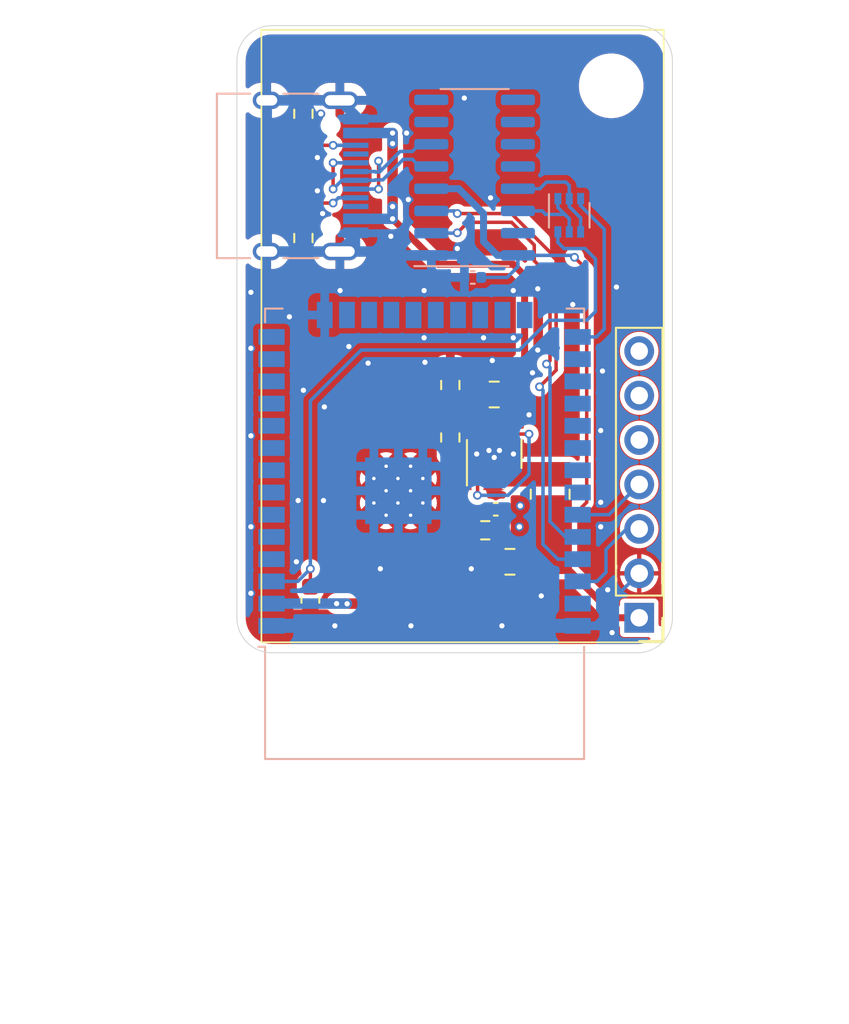
<source format=kicad_pcb>
(kicad_pcb (version 20240108) (generator "pcbnew") (generator_version "8.0")
  (layers (0 "F.Cu" signal) (31 "B.Cu" signal) (34 "B.Paste" user) (35 "F.Paste" user) (36 "B.SilkS" user "B.Silkscreen") (37 "F.SilkS" user "F.Silkscreen") (38 "B.Mask" user) (39 "F.Mask" user) (44 "Edge.Cuts" user))
  (net 0 "")
  (net 1 "+3V3")
  (net 2 "Net-(U1-FB)")
  (net 3 "GND")
  (net 4 "VBUS")
  (net 5 "/ESP_EN")
  (net 6 "/SDA")
  (net 7 "/SCL")
  (net 8 "/RDY")
  (net 9 "/SEL")
  (net 10 "/PWM")
  (net 11 "Net-(J2-CC2)")
  (net 14 "Net-(J2-CC1)")
  (net 15 "Net-(U1-SW)")
  (net 16 "/ESP_IO0")
  (net 17 "Net-(R2-Pad2)")
  (net 37 "/MCU_TX")
  (net 47 "/MCU_RX")
  (net 55 "/D-")
  (net 56 "/D+")
  (net 57 "Net-(Q3A-S)")
  (net 58 "Net-(Q3A-G)")
  (footprint "Resistor_SMD:R_0603_1608Metric" (layer "F.Cu") (at 69.2 56.7 90)
    (property "Reference" "R3" (hide yes))
    (property "Value" "10k")
    (fp_line (start -0.237258 -0.5225) (end 0.237258 -0.5225) (stroke (width 0.12)) (layer "F.SilkS"))
    (fp_line (start -0.237258 0.5225) (end 0.237258 0.5225) (stroke (width 0.12)) (layer "F.SilkS"))
    (pad "1" smd roundrect (at -0.825 0 90) (size 0.8 0.95) (layers "F.Cu" "F.Paste" "F.Mask") (net 17 "Net-(R2-Pad2)"))
    (pad "2" smd roundrect (at 0.825 0 90) (size 0.8 0.95) (layers "F.Cu" "F.Paste" "F.Mask") (net 3 "GND"))
  )
  (footprint "Capacitor_SMD:C_0603_1608Metric" (layer "F.Cu") (at 61.2 69 -90)
    (property "Reference" "C5" (hide yes))
    (property "Value" "1uF")
    (fp_line (start -0.14058 0.51) (end 0.14058 0.51) (stroke (width 0.12)) (layer "F.SilkS"))
    (fp_line (start -0.14058 -0.51) (end 0.14058 -0.51) (stroke (width 0.12)) (layer "F.SilkS"))
    (pad "1" smd roundrect (at -0.775 0 270) (size 0.9 0.95) (layers "F.Cu" "F.Paste" "F.Mask") (net 5 "/ESP_EN"))
    (pad "2" smd roundrect (at 0.775 0 270) (size 0.9 0.95) (layers "F.Cu" "F.Paste" "F.Mask") (net 3 "GND"))
  )
  (footprint "Connector_PinHeader_2.54mm:PinHeader_1x07_P2.54mm_Vertical" (layer "F.Cu") (at 80 70 180)
    (property "Reference" "J1" (hide yes))
    (property "Value" "SCD30")
    (fp_line (start 1.33 1.27) (end 1.33 16.57) (stroke (width 0.12)) (layer "F.SilkS"))
    (fp_line (start -1.33 16.57) (end 1.33 16.57) (stroke (width 0.12)) (layer "F.SilkS"))
    (fp_line (start -1.33 1.27) (end 1.33 1.27) (stroke (width 0.12)) (layer "F.SilkS"))
    (fp_line (start -1.33 1.27) (end -1.33 16.57) (stroke (width 0.12)) (layer "F.SilkS"))
    (fp_line (start -1.33 0) (end -1.33 -1.33) (stroke (width 0.12)) (layer "F.SilkS"))
    (fp_line (start -1.33 -1.33) (end 0 -1.33) (stroke (width 0.12)) (layer "F.SilkS"))
    (pad "1" thru_hole rect (at 0 0 180) (size 1.7 1.7) (drill 1) (layers "*.Cu" "*.Mask") (net 1 "+3V3"))
    (pad "2" thru_hole oval (at 0 2.54 180) (size 1.7 1.7) (drill 1) (layers "*.Cu" "*.Mask") (net 3 "GND"))
    (pad "3" thru_hole oval (at 0 5.08 180) (size 1.7 1.7) (drill 1) (layers "*.Cu" "*.Mask") (net 7 "/SCL"))
    (pad "4" thru_hole oval (at 0 7.62 180) (size 1.7 1.7) (drill 1) (layers "*.Cu" "*.Mask") (net 6 "/SDA"))
    (pad "5" thru_hole oval (at 0 10.16 180) (size 1.7 1.7) (drill 1) (layers "*.Cu" "*.Mask") (net 8 "/RDY"))
    (pad "6" thru_hole oval (at 0 12.7 180) (size 1.7 1.7) (drill 1) (layers "*.Cu" "*.Mask") (net 10 "/PWM"))
    (pad "7" thru_hole oval (at 0 15.24 180) (size 1.7 1.7) (drill 1) (layers "*.Cu" "*.Mask") (net 9 "/SEL"))
  )
  (footprint "MountingHole:MountingHole_3.2mm_M3" (layer "F.Cu") (at 78.4 39.6)
    (property "Reference" "REF**" (hide yes))
    (property "Value" "MountingHole_3.2mm_M3")
    (pad "" np_thru_hole circle (at 0 0) (size 3.2 3.2) (drill 3.2) (layers "*.Cu" "*.Mask"))
  )
  (footprint "Resistor_SMD:R_0603_1608Metric" (layer "F.Cu") (at 60.8 41.2 90)
    (property "Reference" "R4" (hide yes))
    (property "Value" "5k1")
    (fp_line (start -0.237258 -0.5225) (end 0.237258 -0.5225) (stroke (width 0.12)) (layer "F.SilkS"))
    (fp_line (start -0.237258 0.5225) (end 0.237258 0.5225) (stroke (width 0.12)) (layer "F.SilkS"))
    (pad "1" smd roundrect (at -0.825 0 90) (size 0.8 0.95) (layers "F.Cu" "F.Paste" "F.Mask") (net 11 "Net-(J2-CC2)"))
    (pad "2" smd roundrect (at 0.825 0 90) (size 0.8 0.95) (layers "F.Cu" "F.Paste" "F.Mask") (net 3 "GND"))
  )
  (footprint "graphics:kiwi8mm" (layer "F.Cu") (at 78.05 45.75)
    (property "Reference" "G***" (hide yes))
    (property "Value" "LOGO" (hide yes))
  )
  (footprint "graphics:kiwi8mm" (layer "F.Cu") (at 78.1 44.1)
    (property "Reference" "G***" (hide yes))
    (property "Value" "LOGO" (hide yes))
  )
  (footprint "Resistor_SMD:R_0603_1608Metric" (layer "F.Cu") (at 71.2 65 180)
    (property "Reference" "R1" (hide yes))
    (property "Value" "82k")
    (fp_line (start -0.237258 0.5225) (end 0.237258 0.5225) (stroke (width 0.12)) (layer "F.SilkS"))
    (fp_line (start -0.237258 -0.5225) (end 0.237258 -0.5225) (stroke (width 0.12)) (layer "F.SilkS"))
    (pad "1" smd roundrect (at -0.825 0 180) (size 0.8 0.95) (layers "F.Cu" "F.Paste" "F.Mask") (net 1 "+3V3"))
    (pad "2" smd roundrect (at 0.825 0 180) (size 0.8 0.95) (layers "F.Cu" "F.Paste" "F.Mask") (net 2 "Net-(U1-FB)"))
  )
  (footprint "Resistor_SMD:R_0603_1608Metric" (layer "F.Cu") (at 60.8 48.3 -90)
    (property "Reference" "R5" (hide yes))
    (property "Value" "5k1")
    (fp_line (start -0.237258 0.5225) (end 0.237258 0.5225) (stroke (width 0.12)) (layer "F.SilkS"))
    (fp_line (start -0.237258 -0.5225) (end 0.237258 -0.5225) (stroke (width 0.12)) (layer "F.SilkS"))
    (pad "1" smd roundrect (at -0.825 0 270) (size 0.8 0.95) (layers "F.Cu" "F.Paste" "F.Mask") (net 14 "Net-(J2-CC1)"))
    (pad "2" smd roundrect (at 0.825 0 270) (size 0.8 0.95) (layers "F.Cu" "F.Paste" "F.Mask") (net 3 "GND"))
  )
  (footprint "Capacitor_SMD:C_0805_2012Metric" (layer "F.Cu") (at 72.61 66.8 180)
    (property "Reference" "C2" (hide yes))
    (property "Value" "22uF")
    (fp_line (start -0.261252 0.735) (end 0.261252 0.735) (stroke (width 0.12)) (layer "F.SilkS"))
    (fp_line (start -0.261252 -0.735) (end 0.261252 -0.735) (stroke (width 0.12)) (layer "F.SilkS"))
    (pad "1" smd roundrect (at -0.95 0 180) (size 1 1.45) (layers "F.Cu" "F.Paste" "F.Mask") (net 1 "+3V3"))
    (pad "2" smd roundrect (at 0.95 0 180) (size 1 1.45) (layers "F.Cu" "F.Paste" "F.Mask") (net 3 "GND"))
  )
  (footprint "Capacitor_SMD:C_0402_1005Metric" (layer "F.Cu") (at 71.8 63.8 180)
    (property "Reference" "C1" (hide yes))
    (property "Value" "C_Small")
    (fp_line (start -0.107836 0.36) (end 0.107836 0.36) (stroke (width 0.12)) (layer "F.SilkS"))
    (fp_line (start -0.107836 -0.36) (end 0.107836 -0.36) (stroke (width 0.12)) (layer "F.SilkS"))
    (pad "1" smd roundrect (at -0.48 0 180) (size 0.56 0.62) (layers "F.Cu" "F.Paste" "F.Mask") (net 1 "+3V3"))
    (pad "2" smd roundrect (at 0.48 0 180) (size 0.56 0.62) (layers "F.Cu" "F.Paste" "F.Mask") (net 2 "Net-(U1-FB)"))
  )
  (footprint "Package_TO_SOT_SMD:SOT-23-6" (layer "F.Cu") (at 71.71 60.64 90)
    (property "Reference" "U1" (hide yes))
    (property "Value" "TLV62569DDC")
    (fp_line (start 0 -1.56) (end 0.8 -1.56) (stroke (width 0.12)) (layer "F.SilkS"))
    (fp_line (start 0 -1.56) (end -1.8 -1.56) (stroke (width 0.12)) (layer "F.SilkS"))
    (fp_line (start 0 1.56) (end 0.8 1.56) (stroke (width 0.12)) (layer "F.SilkS"))
    (fp_line (start 0 1.56) (end -0.8 1.56) (stroke (width 0.12)) (layer "F.SilkS"))
    (pad "1" smd roundrect (at -1.1375 -0.95 90) (size 1.325 0.6) (layers "F.Cu" "F.Paste" "F.Mask") (net 4 "VBUS"))
    (pad "2" smd roundrect (at -1.1375 0 90) (size 1.325 0.6) (layers "F.Cu" "F.Paste" "F.Mask") (net 3 "GND"))
    (pad "3" smd roundrect (at -1.1375 0.95 90) (size 1.325 0.6) (layers "F.Cu" "F.Paste" "F.Mask") (net 15 "Net-(U1-SW)"))
    (pad "4" smd roundrect (at 1.1375 0.95 90) (size 1.325 0.6) (layers "F.Cu" "F.Paste" "F.Mask") (net 4 "VBUS"))
    (pad "5" smd roundrect (at 1.1375 0 90) (size 1.325 0.6) (layers "F.Cu" "F.Paste" "F.Mask") (net 3 "GND"))
    (pad "6" smd roundrect (at 1.1375 -0.95 90) (size 1.325 0.6) (layers "F.Cu" "F.Paste" "F.Mask") (net 2 "Net-(U1-FB)"))
  )
  (footprint "Resistor_SMD:R_0603_1608Metric" (layer "F.Cu") (at 69.2 59.7 90)
    (property "Reference" "R2" (hide yes))
    (property "Value" "360k")
    (fp_line (start -0.237258 -0.5225) (end 0.237258 -0.5225) (stroke (width 0.12)) (layer "F.SilkS"))
    (fp_line (start -0.237258 0.5225) (end 0.237258 0.5225) (stroke (width 0.12)) (layer "F.SilkS"))
    (pad "1" smd roundrect (at -0.825 0 90) (size 0.8 0.95) (layers "F.Cu" "F.Paste" "F.Mask") (net 2 "Net-(U1-FB)"))
    (pad "2" smd roundrect (at 0.825 0 90) (size 0.8 0.95) (layers "F.Cu" "F.Paste" "F.Mask") (net 17 "Net-(R2-Pad2)"))
  )
  (footprint "Inductor_SMD:L_1008_2520Metric" (layer "F.Cu") (at 74.91 62.94 -90)
    (property "Reference" "L1" (hide yes))
    (property "Value" "1uH")
    (fp_line (start -0.261252 1.11) (end 0.261252 1.11) (stroke (width 0.12)) (layer "F.SilkS"))
    (fp_line (start -0.261252 -1.11) (end 0.261252 -1.11) (stroke (width 0.12)) (layer "F.SilkS"))
    (pad "1" smd roundrect (at -1.075 0 270) (size 1.25 2.2) (layers "F.Cu" "F.Paste" "F.Mask") (roundrect_rratio 0.2) (net 15 "Net-(U1-SW)"))
    (pad "2" smd roundrect (at 1.075 0 270) (size 1.25 2.2) (layers "F.Cu" "F.Paste" "F.Mask") (roundrect_rratio 0.2) (net 1 "+3V3"))
  )
  (footprint "Capacitor_SMD:C_0805_2012Metric" (layer "F.Cu") (at 71.71 57.24 180)
    (property "Reference" "C3" (hide yes))
    (property "Value" "C_Small")
    (fp_line (start -0.261252 0.735) (end 0.261252 0.735) (stroke (width 0.12)) (layer "F.SilkS"))
    (fp_line (start -0.261252 -0.735) (end 0.261252 -0.735) (stroke (width 0.12)) (layer "F.SilkS"))
    (pad "1" smd roundrect (at -0.95 0 180) (size 1 1.45) (layers "F.Cu" "F.Paste" "F.Mask") (net 4 "VBUS"))
    (pad "2" smd roundrect (at 0.95 0 180) (size 1 1.45) (layers "F.Cu" "F.Paste" "F.Mask") (net 3 "GND"))
  )
  (footprint "Package_TO_SOT_SMD:SOT-363_SC-70-6" (layer "B.Cu") (at 76 47 -90)
    (property "Reference" "Q3" (hide yes))
    (property "Value" "BSS138PS")
    (fp_line (start -1.2 1.16) (end 0.7 1.16) (stroke (width 0.12)) (layer "B.SilkS"))
    (fp_line (start 0.7 -1.16) (end -0.7 -1.16) (stroke (width 0.12)) (layer "B.SilkS"))
    (pad "1" smd rect (at -0.95 0.65 270) (size 0.65 0.4) (layers "B.Cu" "B.Paste" "B.Mask") (net 57 "Net-(Q3A-S)"))
    (pad "2" smd rect (at -0.95 0 270) (size 0.65 0.4) (layers "B.Cu" "B.Paste" "B.Mask") (net 58 "Net-(Q3A-G)"))
    (pad "3" smd rect (at -0.95 -0.65 270) (size 0.65 0.4) (layers "B.Cu" "B.Paste" "B.Mask") (net 16 "/ESP_IO0"))
    (pad "4" smd rect (at 0.95 -0.65 270) (size 0.65 0.4) (layers "B.Cu" "B.Paste" "B.Mask") (net 58 "Net-(Q3A-G)"))
    (pad "5" smd rect (at 0.95 0 270) (size 0.65 0.4) (layers "B.Cu" "B.Paste" "B.Mask") (net 57 "Net-(Q3A-S)"))
    (pad "6" smd rect (at 0.95 0.65 270) (size 0.65 0.4) (layers "B.Cu" "B.Paste" "B.Mask") (net 5 "/ESP_EN"))
  )
  (footprint "Connector_USB:USB_C_Receptacle_HRO_TYPE-C-31-M-12" (layer "B.Cu") (at 59.755 44.75 90)
    (property "Reference" "J2" (hide yes))
    (property "Value" "USB_C_Receptacle_USB2.0")
    (fp_line (start 4.7 -3.9) (end -4.7 -3.9) (stroke (width 0.12)) (layer "B.SilkS"))
    (fp_line (start 4.7 -3.9) (end 4.7 -2) (stroke (width 0.12)) (layer "B.SilkS"))
    (fp_line (start -4.7 -3.9) (end -4.7 -2) (stroke (width 0.12)) (layer "B.SilkS"))
    (fp_line (start 4.7 -0.1) (end 4.7 1.9) (stroke (width 0.12)) (layer "B.SilkS"))
    (fp_line (start -4.7 -0.1) (end -4.7 1.9) (stroke (width 0.12)) (layer "B.SilkS"))
    (pad "" np_thru_hole circle (at -2.89 2.6 90) (size 0.65 0.65) (drill 0.65) (layers "*.Cu" "*.Mask"))
    (pad "" np_thru_hole circle (at 2.89 2.6 90) (size 0.65 0.65) (drill 0.65) (layers "*.Cu" "*.Mask"))
    (pad "A1" smd rect (at -3.25 4.045 90) (size 0.6 1.45) (layers "B.Cu" "B.Paste" "B.Mask") (net 3 "GND"))
    (pad "A4" smd rect (at -2.45 4.045 90) (size 0.6 1.45) (layers "B.Cu" "B.Paste" "B.Mask") (net 4 "VBUS"))
    (pad "A5" smd rect (at -1.25 4.045 90) (size 0.3 1.45) (layers "B.Cu" "B.Paste" "B.Mask") (net 14 "Net-(J2-CC1)"))
    (pad "A6" smd rect (at -0.25 4.045 90) (size 0.3 1.45) (layers "B.Cu" "B.Paste" "B.Mask") (net 56 "/D+"))
    (pad "A7" smd rect (at 0.25 4.045 90) (size 0.3 1.45) (layers "B.Cu" "B.Paste" "B.Mask") (net 55 "/D-"))
    (pad "A8" smd rect (at 1.25 4.045 90) (size 0.3 1.45) (layers "B.Cu" "B.Paste" "B.Mask"))
    (pad "A9" smd rect (at 2.45 4.045 90) (size 0.6 1.45) (layers "B.Cu" "B.Paste" "B.Mask") (net 4 "VBUS"))
    (pad "A12" smd rect (at 3.25 4.045 90) (size 0.6 1.45) (layers "B.Cu" "B.Paste" "B.Mask") (net 3 "GND"))
    (pad "B1" smd rect (at 3.25 4.045 90) (size 0.6 1.45) (layers "B.Cu" "B.Paste" "B.Mask") (net 3 "GND"))
    (pad "B4" smd rect (at 2.45 4.045 90) (size 0.6 1.45) (layers "B.Cu" "B.Paste" "B.Mask") (net 4 "VBUS"))
    (pad "B5" smd rect (at 1.75 4.045 90) (size 0.3 1.45) (layers "B.Cu" "B.Paste" "B.Mask") (net 11 "Net-(J2-CC2)"))
    (pad "B6" smd rect (at 0.75 4.045 90) (size 0.3 1.45) (layers "B.Cu" "B.Paste" "B.Mask") (net 56 "/D+"))
    (pad "B7" smd rect (at -0.75 4.045 90) (size 0.3 1.45) (layers "B.Cu" "B.Paste" "B.Mask") (net 55 "/D-"))
    (pad "B8" smd rect (at -1.75 4.045 90) (size 0.3 1.45) (layers "B.Cu" "B.Paste" "B.Mask"))
    (pad "B9" smd rect (at -2.45 4.045 90) (size 0.6 1.45) (layers "B.Cu" "B.Paste" "B.Mask") (net 4 "VBUS"))
    (pad "B12" smd rect (at -3.25 4.045 90) (size 0.6 1.45) (layers "B.Cu" "B.Paste" "B.Mask") (net 3 "GND"))
    (pad "S1" thru_hole oval (at -4.32 -1.05 90) (size 1 1.6) (drill oval 0.6 1.2) (layers "*.Cu" "*.Mask") (net 3 "GND"))
    (pad "S1" thru_hole oval (at -4.32 3.13 90) (size 1 2.1) (drill oval 0.6 1.7) (layers "*.Cu" "*.Mask") (net 3 "GND"))
    (pad "S1" thru_hole oval (at 4.32 -1.05 90) (size 1 1.6) (drill oval 0.6 1.2) (layers "*.Cu" "*.Mask") (net 3 "GND"))
    (pad "S1" thru_hole oval (at 4.32 3.13 90) (size 1 2.1) (drill oval 0.6 1.7) (layers "*.Cu" "*.Mask") (net 3 "GND"))
  )
  (footprint "Package_SO:SOIC-16_3.9x9.9mm_P1.27mm" (layer "B.Cu") (at 70.59 44.845)
    (property "Reference" "U3" (hide yes))
    (property "Value" "CH340C")
    (fp_line (start -3.45 5.06) (end 0 5.06) (stroke (width 0.12)) (layer "B.SilkS"))
    (fp_line (start -1.95 -5.06) (end 0 -5.06) (stroke (width 0.12)) (layer "B.SilkS"))
    (fp_line (start 1.95 -5.06) (end 0 -5.06) (stroke (width 0.12)) (layer "B.SilkS"))
    (fp_line (start 1.95 5.06) (end 0 5.06) (stroke (width 0.12)) (layer "B.SilkS"))
    (pad "1" smd roundrect (at -2.475 4.445) (size 1.95 0.6) (layers "B.Cu" "B.Paste" "B.Mask") (net 3 "GND"))
    (pad "2" smd roundrect (at -2.475 3.175) (size 1.95 0.6) (layers "B.Cu" "B.Paste" "B.Mask") (net 47 "/MCU_RX"))
    (pad "3" smd roundrect (at -2.475 1.905) (size 1.95 0.6) (layers "B.Cu" "B.Paste" "B.Mask") (net 37 "/MCU_TX"))
    (pad "4" smd roundrect (at -2.475 0.635) (size 1.95 0.6) (layers "B.Cu" "B.Paste" "B.Mask") (net 1 "+3V3"))
    (pad "5" smd roundrect (at -2.475 -0.635) (size 1.95 0.6) (layers "B.Cu" "B.Paste" "B.Mask") (net 56 "/D+"))
    (pad "6" smd roundrect (at -2.475 -1.905) (size 1.95 0.6) (layers "B.Cu" "B.Paste" "B.Mask") (net 55 "/D-"))
    (pad "7" smd roundrect (at -2.475 -3.175) (size 1.95 0.6) (layers "B.Cu" "B.Paste" "B.Mask"))
    (pad "8" smd roundrect (at -2.475 -4.445) (size 1.95 0.6) (layers "B.Cu" "B.Paste" "B.Mask"))
    (pad "9" smd roundrect (at 2.475 -4.445) (size 1.95 0.6) (layers "B.Cu" "B.Paste" "B.Mask"))
    (pad "10" smd roundrect (at 2.475 -3.175) (size 1.95 0.6) (layers "B.Cu" "B.Paste" "B.Mask"))
    (pad "11" smd roundrect (at 2.475 -1.905) (size 1.95 0.6) (layers "B.Cu" "B.Paste" "B.Mask"))
    (pad "12" smd roundrect (at 2.475 -0.635) (size 1.95 0.6) (layers "B.Cu" "B.Paste" "B.Mask"))
    (pad "13" smd roundrect (at 2.475 0.635) (size 1.95 0.6) (layers "B.Cu" "B.Paste" "B.Mask") (net 58 "Net-(Q3A-G)"))
    (pad "14" smd roundrect (at 2.475 1.905) (size 1.95 0.6) (layers "B.Cu" "B.Paste" "B.Mask") (net 57 "Net-(Q3A-S)"))
    (pad "15" smd roundrect (at 2.475 3.175) (size 1.95 0.6) (layers "B.Cu" "B.Paste" "B.Mask"))
    (pad "16" smd roundrect (at 2.475 4.445) (size 1.95 0.6) (layers "B.Cu" "B.Paste" "B.Mask") (net 1 "+3V3"))
  )
  (footprint "RF_Module:ESP32-WROOM-32D" (layer "B.Cu") (at 67.73 62.21)
    (property "Reference" "U2" (hide yes))
    (property "Value" "ESP32-WROOM-32D")
    (fp_line (start -9.5 9.445) (end -9.12 9.445) (stroke (width 0.12)) (layer "B.SilkS"))
    (fp_line (start -9.12 -9.88) (end -9.12 -9.1) (stroke (width 0.12)) (layer "B.SilkS"))
    (fp_line (start -9.12 9.445) (end -9.12 15.86) (stroke (width 0.12)) (layer "B.SilkS"))
    (fp_line (start -8.12 -9.88) (end -9.12 -9.88) (stroke (width 0.12)) (layer "B.SilkS"))
    (fp_line (start 8.12 -9.88) (end 9.12 -9.88) (stroke (width 0.12)) (layer "B.SilkS"))
    (fp_line (start 9.12 -9.88) (end 9.12 -9.1) (stroke (width 0.12)) (layer "B.SilkS"))
    (fp_line (start 9.12 9.445) (end 9.12 15.86) (stroke (width 0.12)) (layer "B.SilkS"))
    (fp_line (start 9.12 15.86) (end -9.12 15.86) (stroke (width 0.12)) (layer "B.SilkS"))
    (pad "1" smd rect (at -8.75 8.25) (size 1.5 0.9) (layers "B.Cu" "B.Paste" "B.Mask") (net 3 "GND"))
    (pad "2" smd rect (at -8.75 6.98) (size 1.5 0.9) (layers "B.Cu" "B.Paste" "B.Mask") (net 1 "+3V3"))
    (pad "3" smd rect (at -8.75 5.71) (size 1.5 0.9) (layers "B.Cu" "B.Paste" "B.Mask") (net 5 "/ESP_EN"))
    (pad "4" smd rect (at -8.75 4.44) (size 1.5 0.9) (layers "B.Cu" "B.Paste" "B.Mask"))
    (pad "5" smd rect (at -8.75 3.17) (size 1.5 0.9) (layers "B.Cu" "B.Paste" "B.Mask"))
    (pad "6" smd rect (at -8.75 1.9) (size 1.5 0.9) (layers "B.Cu" "B.Paste" "B.Mask"))
    (pad "7" smd rect (at -8.75 0.63) (size 1.5 0.9) (layers "B.Cu" "B.Paste" "B.Mask"))
    (pad "8" smd rect (at -8.75 -0.64) (size 1.5 0.9) (layers "B.Cu" "B.Paste" "B.Mask"))
    (pad "9" smd rect (at -8.75 -1.91) (size 1.5 0.9) (layers "B.Cu" "B.Paste" "B.Mask"))
    (pad "10" smd rect (at -8.75 -3.18) (size 1.5 0.9) (layers "B.Cu" "B.Paste" "B.Mask"))
    (pad "11" smd rect (at -8.75 -4.45) (size 1.5 0.9) (layers "B.Cu" "B.Paste" "B.Mask"))
    (pad "12" smd rect (at -8.75 -5.72) (size 1.5 0.9) (layers "B.Cu" "B.Paste" "B.Mask"))
    (pad "13" smd rect (at -8.75 -6.99) (size 1.5 0.9) (layers "B.Cu" "B.Paste" "B.Mask"))
    (pad "14" smd rect (at -8.75 -8.26) (size 1.5 0.9) (layers "B.Cu" "B.Paste" "B.Mask"))
    (pad "15" smd rect (at -5.71 -9.51 270) (size 1.5 0.9) (layers "B.Cu" "B.Paste" "B.Mask") (net 3 "GND"))
    (pad "16" smd rect (at -4.44 -9.51 270) (size 1.5 0.9) (layers "B.Cu" "B.Paste" "B.Mask"))
    (pad "17" smd rect (at -3.17 -9.51 270) (size 1.5 0.9) (layers "B.Cu" "B.Paste" "B.Mask"))
    (pad "18" smd rect (at -1.9 -9.51 270) (size 1.5 0.9) (layers "B.Cu" "B.Paste" "B.Mask"))
    (pad "19" smd rect (at -0.63 -9.51 270) (size 1.5 0.9) (layers "B.Cu" "B.Paste" "B.Mask"))
    (pad "20" smd rect (at 0.64 -9.51 270) (size 1.5 0.9) (layers "B.Cu" "B.Paste" "B.Mask"))
    (pad "21" smd rect (at 1.91 -9.51 270) (size 1.5 0.9) (layers "B.Cu" "B.Paste" "B.Mask"))
    (pad "22" smd rect (at 3.18 -9.51 270) (size 1.5 0.9) (layers "B.Cu" "B.Paste" "B.Mask"))
    (pad "23" smd rect (at 4.45 -9.51 270) (size 1.5 0.9) (layers "B.Cu" "B.Paste" "B.Mask"))
    (pad "24" smd rect (at 5.72 -9.51 270) (size 1.5 0.9) (layers "B.Cu" "B.Paste" "B.Mask"))
    (pad "25" smd rect (at 8.75 -8.26) (size 1.5 0.9) (layers "B.Cu" "B.Paste" "B.Mask") (net 16 "/ESP_IO0"))
    (pad "26" smd rect (at 8.75 -6.99) (size 1.5 0.9) (layers "B.Cu" "B.Paste" "B.Mask"))
    (pad "27" smd rect (at 8.75 -5.72) (size 1.5 0.9) (layers "B.Cu" "B.Paste" "B.Mask"))
    (pad "28" smd rect (at 8.75 -4.45) (size 1.5 0.9) (layers "B.Cu" "B.Paste" "B.Mask"))
    (pad "29" smd rect (at 8.75 -3.18) (size 1.5 0.9) (layers "B.Cu" "B.Paste" "B.Mask"))
    (pad "30" smd rect (at 8.75 -1.91) (size 1.5 0.9) (layers "B.Cu" "B.Paste" "B.Mask"))
    (pad "31" smd rect (at 8.75 -0.64) (size 1.5 0.9) (layers "B.Cu" "B.Paste" "B.Mask"))
    (pad "32" smd rect (at 8.75 0.63) (size 1.5 0.9) (layers "B.Cu" "B.Paste" "B.Mask"))
    (pad "33" smd rect (at 8.75 1.9) (size 1.5 0.9) (layers "B.Cu" "B.Paste" "B.Mask") (net 6 "/SDA"))
    (pad "34" smd rect (at 8.75 3.17) (size 1.5 0.9) (layers "B.Cu" "B.Paste" "B.Mask") (net 47 "/MCU_RX"))
    (pad "35" smd rect (at 8.75 4.44) (size 1.5 0.9) (layers "B.Cu" "B.Paste" "B.Mask") (net 37 "/MCU_TX"))
    (pad "36" smd rect (at 8.75 5.71) (size 1.5 0.9) (layers "B.Cu" "B.Paste" "B.Mask") (net 7 "/SCL"))
    (pad "37" smd rect (at 8.75 6.98) (size 1.5 0.9) (layers "B.Cu" "B.Paste" "B.Mask"))
    (pad "38" smd rect (at 8.75 8.25) (size 1.5 0.9) (layers "B.Cu" "B.Paste" "B.Mask") (net 3 "GND"))
    (pad "39" smd rect (at -2.9 -0.87) (size 0.9 0.9) (layers "B.Cu" "B.Paste") (net 3 "GND"))
    (pad "39" thru_hole circle (at -2.9 -0.17) (size 0.6 0.6) (drill 0.2) (property pad_prop_heatsink) (layers "*.Cu" "B.Mask") (net 3 "GND"))
    (pad "39" smd rect (at -2.9 0.53) (size 0.9 0.9) (layers "B.Cu" "B.Paste") (net 3 "GND"))
    (pad "39" thru_hole circle (at -2.9 1.23) (size 0.6 0.6) (drill 0.2) (property pad_prop_heatsink) (layers "*.Cu" "B.Mask") (net 3 "GND"))
    (pad "39" smd rect (at -2.9 1.93) (size 0.9 0.9) (layers "B.Cu" "B.Paste") (net 3 "GND"))
    (pad "39" thru_hole circle (at -2.2 -0.87) (size 0.6 0.6) (drill 0.2) (property pad_prop_heatsink) (layers "*.Cu" "B.Mask") (net 3 "GND"))
    (pad "39" thru_hole circle (at -2.2 0.53) (size 0.6 0.6) (drill 0.2) (property pad_prop_heatsink) (layers "*.Cu" "B.Mask") (net 3 "GND"))
    (pad "39" thru_hole circle (at -2.2 1.93) (size 0.6 0.6) (drill 0.2) (property pad_prop_heatsink) (layers "*.Cu" "B.Mask") (net 3 "GND"))
    (pad "39" thru_hole circle (at -1.525 -0.17) (size 0.6 0.6) (drill 0.2) (property pad_prop_heatsink) (layers "*.Cu" "B.Mask") (net 3 "GND"))
    (pad "39" thru_hole circle (at -1.525 1.23) (size 0.6 0.6) (drill 0.2) (property pad_prop_heatsink) (layers "*.Cu" "B.Mask") (net 3 "GND"))
    (pad "39" smd rect (at -1.5 -0.87) (size 0.9 0.9) (layers "B.Cu" "B.Paste") (net 3 "GND"))
    (pad "39" smd rect (at -1.5 0.53) (size 0.9 0.9) (layers "B.Cu" "B.Paste") (net 3 "GND"))
    (pad "39" smd rect (at -1.5 0.53) (size 3.8 3.8) (layers "B.Cu" "B.Mask") (net 3 "GND"))
    (pad "39" smd rect (at -1.5 1.93) (size 0.9 0.9) (layers "B.Cu" "B.Paste") (net 3 "GND"))
    (pad "39" thru_hole circle (at -0.8 -0.87) (size 0.6 0.6) (drill 0.2) (property pad_prop_heatsink) (layers "*.Cu" "B.Mask") (net 3 "GND"))
    (pad "39" thru_hole circle (at -0.8 0.53) (size 0.6 0.6) (drill 0.2) (property pad_prop_heatsink) (layers "*.Cu" "B.Mask") (net 3 "GND"))
    (pad "39" thru_hole circle (at -0.8 1.93) (size 0.6 0.6) (drill 0.2) (property pad_prop_heatsink) (layers "*.Cu" "B.Mask") (net 3 "GND"))
    (pad "39" smd rect (at -0.1 -0.87) (size 0.9 0.9) (layers "B.Cu" "B.Paste") (net 3 "GND"))
    (pad "39" thru_hole circle (at -0.1 -0.17) (size 0.6 0.6) (drill 0.2) (property pad_prop_heatsink) (layers "*.Cu" "B.Mask") (net 3 "GND"))
    (pad "39" smd rect (at -0.1 0.53) (size 0.9 0.9) (layers "B.Cu" "B.Paste") (net 3 "GND"))
    (pad "39" thru_hole circle (at -0.1 1.23) (size 0.6 0.6) (drill 0.2) (property pad_prop_heatsink) (layers "*.Cu" "B.Mask") (net 3 "GND"))
    (pad "39" smd rect (at -0.1 1.93) (size 0.9 0.9) (layers "B.Cu" "B.Paste") (net 3 "GND"))
    (zone (net 0) (net_name "") (layers "*.Cu") (connect_pads (clearance 0)) (min_thickness 0.254)
      (keepout (tracks not_allowed) (vias not_allowed) (pads not_allowed) (copperpour not_allowed) (footprints not_allowed))
      (fill (thermal_gap 0.508) (thermal_bridge_width 0.508))
      (polygon (pts (xy 43.73 71.76) (xy 91.73 71.76) (xy 91.73 92.95) (xy 43.73 92.95)))
    )
  )
  (footprint "Capacitor_SMD:C_0402_1005Metric" (layer "B.Cu") (at 70.485 50.55 180)
    (property "Reference" "C4" (hide yes))
    (property "Value" "0.1uF")
    (fp_line (start 0.107836 0.36) (end -0.107836 0.36) (stroke (width 0.12)) (layer "B.SilkS"))
    (fp_line (start 0.107836 -0.36) (end -0.107836 -0.36) (stroke (width 0.12)) (layer "B.SilkS"))
    (pad "1" smd roundrect (at -0.48 0 180) (size 0.56 0.62) (layers "B.Cu" "B.Paste" "B.Mask") (net 1 "+3V3"))
    (pad "2" smd roundrect (at 0.48 0 180) (size 0.56 0.62) (layers "B.Cu" "B.Paste" "B.Mask") (net 3 "GND"))
  )
  (gr_rect (start 58.4 36.4) (end 81.4 71.4) (stroke (width 0.1)) (fill none) (layer "F.SilkS"))
  (gr_arc (start 79.9 36.164214) (mid 81.314214 36.75) (end 81.9 38.164214) (stroke (width 0.05)) (layer "Edge.Cuts"))
  (gr_line (start 79.9 72) (end 59 72) (stroke (width 0.05)) (layer "Edge.Cuts"))
  (gr_arc (start 59 72) (mid 57.585786 71.414214) (end 57 70) (stroke (width 0.05)) (layer "Edge.Cuts"))
  (gr_line (start 59 36.164214) (end 79.9 36.164214) (stroke (width 0.05)) (layer "Edge.Cuts"))
  (gr_line (start 57 70) (end 57 38.164214) (stroke (width 0.05)) (layer "Edge.Cuts"))
  (gr_arc (start 57 38.164214) (mid 57.585786 36.75) (end 59 36.164214) (stroke (width 0.05)) (layer "Edge.Cuts"))
  (gr_arc (start 81.9 70) (mid 81.314214 71.414214) (end 79.9 72) (stroke (width 0.05)) (layer "Edge.Cuts"))
  (gr_line (start 81.9 38.164214) (end 81.9 70) (stroke (width 0.05)) (layer "Edge.Cuts"))
  (segment (start 75.7 67) (end 75.1 66.4) (width 0.4) (layer "F.Cu") (net 1))
  (segment (start 72.28 64.745) (end 72.025 65) (width 0.2) (layer "F.Cu") (net 1))
  (segment (start 63.9 69.19) (end 72.31 69.19) (width 0.6) (layer "F.Cu") (net 1))
  (segment (start 76.385 64.015) (end 74.91 64.015) (width 0.2) (layer "F.Cu") (net 1))
  (segment (start 73.15 64.4) (end 73.535 64.015) (width 0.2) (layer "F.Cu") (net 1))
  (segment (start 73.56 67.94) (end 73.56 66.8) (width 0.6) (layer "F.Cu") (net 1))
  (segment (start 77 50.1) (end 77 63.4) (width 0.2) (layer "F.Cu") (net 1))
  (segment (start 73 63.8) (end 73.2 63.6) (width 0.2) (layer "F.Cu") (net 1))
  (segment (start 72.31 69.19) (end 73.56 67.94) (width 0.6) (layer "F.Cu") (net 1))
  (segment (start 72.28 63.8) (end 73 63.8) (width 0.2) (layer "F.Cu") (net 1))
  (segment (start 73.15 64.8) (end 73.15 64.4) (width 0.2) (layer "F.Cu") (net 1))
  (segment (start 78.7 70) (end 75.7 67) (width 0.4) (layer "F.Cu") (net 1))
  (segment (start 72.28 63.8) (end 72.28 64.745) (width 0.2) (layer "F.Cu") (net 1))
  (segment (start 73.56 66.34) (end 75.04 66.34) (width 0.4) (layer "F.Cu") (net 1))
  (segment (start 80 70) (end 78.7 70) (width 0.4) (layer "F.Cu") (net 1))
  (segment (start 77 63.4) (end 76.385 64.015) (width 0.2) (layer "F.Cu") (net 1))
  (segment (start 73.535 64.015) (end 74.91 64.015) (width 0.2) (layer "F.Cu") (net 1))
  (segment (start 62.7 69.19) (end 63.9 69.19) (width 0.6) (layer "F.Cu") (net 1))
  (segment (start 75.04 66.34) (end 75.1 66.4) (width 0.4) (layer "F.Cu") (net 1))
  (segment (start 76.3 49.4) (end 77 50.1) (width 0.2) (layer "F.Cu") (net 1))
  (via (at 73.2 63.6) (size 0.5) (drill 0.3) (layers "F.Cu" "B.Cu") (net 1))
  (via (at 62.7 69.19) (size 0.5) (drill 0.3) (layers "F.Cu" "B.Cu") (net 1))
  (via (at 76.3 49.4) (size 0.5) (drill 0.3) (layers "F.Cu" "B.Cu") (net 1))
  (via (at 63.3 69.2) (size 0.5) (drill 0.3) (layers "F.Cu" "B.Cu") (net 1))
  (via (at 73.15 64.8) (size 0.5) (drill 0.3) (layers "F.Cu" "B.Cu") (net 1))
  (segment (start 68.115 45.48) (end 69.68 45.48) (width 0.4) (layer "B.Cu") (net 1))
  (segment (start 62.3 69.19) (end 63.29 69.19) (width 0.6) (layer "B.Cu") (net 1))
  (segment (start 69.68 45.48) (end 71.1 46.9) (width 0.4) (layer "B.Cu") (net 1))
  (segment (start 73.065 49.935) (end 73.065 49.29) (width 0.2) (layer "B.Cu") (net 1))
  (segment (start 76.19 49.29) (end 76.3 49.4) (width 0.2) (layer "B.Cu") (net 1))
  (segment (start 71.1 48.5) (end 71.89 49.29) (width 0.4) (layer "B.Cu") (net 1))
  (segment (start 73.065 49.29) (end 76.19 49.29) (width 0.2) (layer "B.Cu") (net 1))
  (segment (start 70.965 50.55) (end 72.45 50.55) (width 0.2) (layer "B.Cu") (net 1))
  (segment (start 71.1 46.9) (end 71.1 48.5) (width 0.4) (layer "B.Cu") (net 1))
  (segment (start 71.89 49.29) (end 73.065 49.29) (width 0.4) (layer "B.Cu") (net 1))
  (segment (start 72.45 50.55) (end 73.065 49.935) (width 0.2) (layer "B.Cu") (net 1))
  (segment (start 58.98 69.19) (end 62.3 69.19) (width 0.6) (layer "B.Cu") (net 1))
  (segment (start 62.3 69.19) (end 62.7 69.19) (width 0.6) (layer "B.Cu") (net 1))
  (segment (start 70.375 65) (end 70.375 63.975) (width 0.2) (layer "F.Cu") (net 2))
  (segment (start 70.2 63.8) (end 69.2 62.8) (width 0.2) (layer "F.Cu") (net 2))
  (segment (start 71.32 63.8) (end 70.2 63.8) (width 0.2) (layer "F.Cu") (net 2))
  (segment (start 70.76 59.5025) (end 70.2225 59.5025) (width 0.2) (layer "F.Cu") (net 2))
  (segment (start 69.2 62.8) (end 69.2 60.525) (width 0.2) (layer "F.Cu") (net 2))
  (segment (start 70.2225 59.5025) (end 69.2 60.525) (width 0.2) (layer "F.Cu") (net 2))
  (segment (start 70.375 63.975) (end 70.2 63.8) (width 0.2) (layer "F.Cu") (net 2))
  (segment (start 70.375 65) (end 70.375 64.745) (width 0.2) (layer "F.Cu") (net 2))
  (segment (start 60.855 49.07) (end 60.8 49.125) (width 0.2) (layer "F.Cu") (net 3))
  (segment (start 58.705 49.07) (end 60.745 49.07) (width 0.2) (layer "F.Cu") (net 3))
  (segment (start 69.2 55.875) (end 69.395 55.875) (width 0.2) (layer "F.Cu") (net 3))
  (segment (start 60.855 40.43) (end 60.8 40.375) (width 0.2) (layer "F.Cu") (net 3))
  (segment (start 61.2 69.775) (end 61.915 69.775) (width 0.2) (layer "F.Cu") (net 3))
  (segment (start 58.705 40.43) (end 60.745 40.43) (width 0.2) (layer "F.Cu") (net 3))
  (segment (start 61.915 69.775) (end 62.6 70.46) (width 0.2) (layer "F.Cu") (net 3))
  (segment (start 69.395 55.875) (end 70.76 57.24) (width 0.2) (layer "F.Cu") (net 3))
  (segment (start 60.745 40.43) (end 60.8 40.375) (width 0.2) (layer "F.Cu") (net 3))
  (segment (start 60.745 49.07) (end 60.8 49.125) (width 0.2) (layer "F.Cu") (net 3))
  (segment (start 62.885 40.43) (end 60.855 40.43) (width 0.2) (layer "F.Cu") (net 3))
  (segment (start 62.885 49.07) (end 60.855 49.07) (width 0.2) (layer "F.Cu") (net 3))
  (via (at 69.6 48.9) (size 0.5) (drill 0.3) (layers "F.Cu" "B.Cu") (net 3))
  (via (at 70.71 60.64) (size 0.5) (drill 0.3) (layers "F.Cu" "B.Cu") (net 3))
  (via (at 66.95 70.46) (size 0.5) (drill 0.3) (layers "F.Cu" "B.Cu") (net 3))
  (via (at 67.75 55.4) (size 0.5) (drill 0.3) (layers "F.Cu" "B.Cu") (net 3))
  (via (at 77.8 64.8) (size 0.5) (drill 0.3) (layers "F.Cu" "B.Cu") (net 3))
  (via (at 57.8 54.6) (size 0.5) (drill 0.3) (layers "F.Cu" "B.Cu") (net 3))
  (via (at 71.41 60.44) (size 0.5) (drill 0.3) (layers "F.Cu" "B.Cu") (net 3))
  (via (at 65.8 48.2) (size 0.5) (drill 0.3) (layers "F.Cu" "B.Cu") (net 3))
  (via (at 57.8 59.6) (size 0.5) (drill 0.3) (layers "F.Cu" "B.Cu") (net 3))
  (via (at 62 57.95) (size 0.5) (drill 0.3) (layers "F.Cu" "B.Cu") (net 3))
  (via (at 60.5 63.3) (size 0.5) (drill 0.3) (layers "F.Cu" "B.Cu") (net 3))
  (via (at 78.2 68.4) (size 0.5) (drill 0.3) (layers "F.Cu" "B.Cu") (net 3))
  (via (at 61.6 43.7) (size 0.5) (drill 0.3) (layers "F.Cu" "B.Cu") (net 3))
  (via (at 61.6 45.6) (size 0.5) (drill 0.3) (layers "F.Cu" "B.Cu") (net 3))
  (via (at 73.9 56) (size 0.5) (drill 0.3) (layers "F.Cu" "B.Cu") (net 3))
  (via (at 64.5 55.45) (size 0.5) (drill 0.3) (layers "F.Cu" "B.Cu") (net 3))
  (via (at 72.8 51.3) (size 0.5) (drill 0.3) (layers "F.Cu" "B.Cu") (net 3))
  (via (at 63.4 54.5) (size 0.5) (drill 0.3) (layers "F.Cu" "B.Cu") (net 3))
  (via (at 72.8 54) (size 0.5) (drill 0.3) (layers "F.Cu" "B.Cu") (net 3))
  (via (at 66.7 42.3) (size 0.5) (drill 0.3) (layers "F.Cu" "B.Cu") (net 3))
  (via (at 72.15 70.46) (size 0.5) (drill 0.3) (layers "F.Cu" "B.Cu") (net 3))
  (via (at 78.7 51.1) (size 0.5) (drill 0.3) (layers "F.Cu" "B.Cu") (net 3))
  (via (at 77.9 55.9) (size 0.5) (drill 0.3) (layers "F.Cu" "B.Cu") (net 3))
  (via (at 78.45 70.85) (size 0.5) (drill 0.3) (layers "F.Cu" "B.Cu") (net 3))
  (via (at 67.7 51.3) (size 0.5) (drill 0.3) (layers "F.Cu" "B.Cu") (net 3))
  (via (at 57.8 64.8) (size 0.5) (drill 0.3) (layers "F.Cu" "B.Cu") (net 3))
  (via (at 61.8 41.2) (size 0.5) (drill 0.3) (layers "F.Cu" "B.Cu") (net 3))
  (via (at 60 52.8) (size 0.5) (drill 0.3) (layers "F.Cu" "B.Cu") (net 3))
  (via (at 61.9 46.9) (size 0.5) (drill 0.3) (layers "F.Cu" "B.Cu") (net 3))
  (via (at 71.6 55.3) (size 0.5) (drill 0.3) (layers "F.Cu" "B.Cu") (net 3))
  (via (at 66.8 46.1) (size 0.5) (drill 0.3) (layers "F.Cu" "B.Cu") (net 3))
  (via (at 67.7 54) (size 0.5) (drill 0.3) (layers "F.Cu" "B.Cu") (net 3))
  (via (at 74.4 68.75) (size 0.5) (drill 0.3) (layers "F.Cu" "B.Cu") (net 3))
  (via (at 71.1 54) (size 0.5) (drill 0.3) (layers "F.Cu" "B.Cu") (net 3))
  (via (at 60.8 57) (size 0.5) (drill 0.3) (layers "F.Cu" "B.Cu") (net 3))
  (via (at 71.5 46) (size 0.5) (drill 0.3) (layers "F.Cu" "B.Cu") (net 3))
  (via (at 72.01 60.44) (size 0.5) (drill 0.3) (layers "F.Cu" "B.Cu") (net 3))
  (via (at 74.2 54.7) (size 0.5) (drill 0.3) (layers "F.Cu" "B.Cu") (net 3))
  (via (at 71.71 60.84) (size 0.5) (drill 0.3) (layers "F.Cu" "B.Cu") (net 3))
  (via (at 73.7 58.4) (size 0.5) (drill 0.3) (layers "F.Cu" "B.Cu") (net 3))
  (via (at 74.2 51.2) (size 0.5) (drill 0.3) (layers "F.Cu" "B.Cu") (net 3))
  (via (at 77.8 59.3) (size 0.5) (drill 0.3) (layers "F.Cu" "B.Cu") (net 3))
  (via (at 62.9 51.3) (size 0.5) (drill 0.3) (layers "F.Cu" "B.Cu") (net 3))
  (via (at 77.8 63.4) (size 0.5) (drill 0.3) (layers "F.Cu" "B.Cu") (net 3))
  (via (at 57.8 68.6) (size 0.5) (drill 0.3) (layers "F.Cu" "B.Cu") (net 3))
  (via (at 70.4 67.2) (size 0.5) (drill 0.3) (layers "F.Cu" "B.Cu") (net 3))
  (via (at 65.2 67.2) (size 0.5) (drill 0.3) (layers "F.Cu" "B.Cu") (net 3))
  (via (at 70 40.3) (size 0.5) (drill 0.3) (layers "F.Cu" "B.Cu") (net 3))
  (via (at 72.81 60.64) (size 0.5) (drill 0.3) (layers "F.Cu" "B.Cu") (net 3))
  (via (at 61.95 63.3) (size 0.5) (drill 0.3) (layers "F.Cu" "B.Cu") (net 3))
  (via (at 76.2 52.1) (size 0.5) (drill 0.3) (layers "F.Cu" "B.Cu") (net 3))
  (via (at 57.8 51.4) (size 0.5) (drill 0.3) (layers "F.Cu" "B.Cu") (net 3))
  (via (at 60.4 66.8) (size 0.5) (drill 0.3) (layers "F.Cu" "B.Cu") (net 3))
  (via (at 62.6 70.46) (size 0.5) (drill 0.3) (layers "F.Cu" "B.Cu") (net 3))
  (segment (start 80 67.46) (end 77.8 69.66) (width 0.2) (layer "B.Cu") (net 3))
  (segment (start 76.48 70.46) (end 77.34 70.46) (width 0.2) (layer "B.Cu") (net 3))
  (segment (start 63.8 41.345) (end 62.885 40.43) (width 0.6) (layer "B.Cu") (net 3))
  (segment (start 68.115 49.915) (end 68.115 49.29) (width 0.2) (layer "B.Cu") (net 3))
  (segment (start 77.8 69.66) (end 77.8 70) (width 0.2) (layer "B.Cu") (net 3))
  (segment (start 63.8 48.155) (end 62.885 49.07) (width 0.6) (layer "B.Cu") (net 3))
  (segment (start 68.75 50.55) (end 68.115 49.915) (width 0.2) (layer "B.Cu") (net 3))
  (segment (start 62.885 40.43) (end 58.705 40.43) (width 0.6) (layer "B.Cu") (net 3))
  (segment (start 58.705 49.07) (end 62.885 49.07) (width 0.6) (layer "B.Cu") (net 3))
  (segment (start 63.8 41.5) (end 63.8 41.345) (width 0.6) (layer "B.Cu") (net 3))
  (segment (start 66.95 70.46) (end 62.6 70.46) (width 0.8) (layer "B.Cu") (net 3))
  (segment (start 59.9 70.46) (end 58.98 70.46) (width 0.8) (layer "B.Cu") (net 3))
  (segment (start 68.115 49.29) (end 66.19 49.29) (width 0.6) (layer "B.Cu") (net 3))
  (segment (start 76.48 70.46) (end 72.15 70.46) (width 0.8) (layer "B.Cu") (net 3))
  (segment (start 65.97 49.07) (end 62.885 49.07) (width 0.6) (layer "B.Cu") (net 3))
  (segment (start 62.6 70.46) (end 59.9 70.46) (width 0.8) (layer "B.Cu") (net 3))
  (segment (start 58.705 40.43) (end 58.705 49.07) (width 0.6) (layer "B.Cu") (net 3))
  (segment (start 63.8 48) (end 63.8 48.155) (width 0.6) (layer "B.Cu") (net 3))
  (segment (start 70.005 50.55) (end 68.75 50.55) (width 0.2) (layer "B.Cu") (net 3))
  (segment (start 66.19 49.29) (end 65.97 49.07) (width 0.6) (layer "B.Cu") (net 3))
  (segment (start 77.34 70.46) (end 77.8 70) (width 0.2) (layer "B.Cu") (net 3))
  (segment (start 72.15 70.46) (end 66.95 70.46) (width 0.8) (layer "B.Cu") (net 3))
  (segment (start 72.8 49.8) (end 73.45 50.45) (width 0.4) (layer "F.Cu") (net 4))
  (segment (start 65.9 47.2) (end 65.9 46.5) (width 0.6) (layer "F.Cu") (net 4))
  (segment (start 72.6625 59.5) (end 72.66 59.5025) (width 0.2) (layer "F.Cu") (net 4))
  (segment (start 72.66 57.24) (end 72.66 58.34) (width 0.2) (layer "F.Cu") (net 4))
  (segment (start 68.5 49.8) (end 72.8 49.8) (width 0.4) (layer "F.Cu") (net 4))
  (segment (start 70.76 61.7775) (end 70.76 62.99) (width 0.2) (layer "F.Cu") (net 4))
  (segment (start 73.45 55.15) (end 72.66 55.94) (width 0.4) (layer "F.Cu") (net 4))
  (segment (start 73.45 50.45) (end 73.45 55.15) (width 0.4) (layer "F.Cu") (net 4))
  (segment (start 65.9 42.9) (end 65.9 42.3) (width 0.6) (layer "F.Cu") (net 4))
  (segment (start 65.9 47.2) (end 68.5 49.8) (width 0.4) (layer "F.Cu") (net 4))
  (segment (start 72.66 55.94) (end 72.66 57.24) (width 0.4) (layer "F.Cu") (net 4))
  (segment (start 73.7 59.5) (end 72.6625 59.5) (width 0.2) (layer "F.Cu") (net 4))
  (segment (start 72.66 59.5025) (end 72.66 58.34) (width 0.2) (layer "F.Cu") (net 4))
  (segment (start 70.76 62.99) (end 70.75 63) (width 0.2) (layer "F.Cu") (net 4))
  (segment (start 65.9 46.5) (end 65.9 42.9) (width 0.6) (layer "F.Cu") (net 4))
  (via (at 65.9 46.5) (size 0.5) (drill 0.3) (layers "F.Cu" "B.Cu") (net 4))
  (via (at 70.75 63) (size 0.5) (drill 0.3) (layers "F.Cu" "B.Cu") (net 4))
  (via (at 65.9 42.9) (size 0.5) (drill 0.3) (layers "F.Cu" "B.Cu") (net 4))
  (via (at 65.9 47.2) (size 0.5) (drill 0.3) (layers "F.Cu" "B.Cu") (net 4))
  (via (at 73.7 59.5) (size 0.5) (drill 0.3) (layers "F.Cu" "B.Cu") (net 4))
  (via (at 65.9 42.3) (size 0.5) (drill 0.3) (layers "F.Cu" "B.Cu") (net 4))
  (segment (start 65.9 42.3) (end 63.8 42.3) (width 0.6) (layer "B.Cu") (net 4))
  (segment (start 73.7 61.8) (end 73.7 59.5) (width 0.2) (layer "B.Cu") (net 4))
  (segment (start 70.75 63) (end 72.5 63) (width 0.2) (layer "B.Cu") (net 4))
  (segment (start 65.9 47.2) (end 65.9 46.5) (width 0.6) (layer "B.Cu") (net 4))
  (segment (start 65.9 42.3) (end 65.9 42.9) (width 0.6) (layer "B.Cu") (net 4))
  (segment (start 72.5 63) (end 73.7 61.8) (width 0.2) (layer "B.Cu") (net 4))
  (segment (start 63.8 47.2) (end 65.9 47.2) (width 0.6) (layer "B.Cu") (net 4))
  (segment (start 61.2 67.2) (end 61.2 68.225) (width 0.2) (layer "F.Cu") (net 5))
  (via (at 61.2 67.2) (size 0.5) (drill 0.3) (layers "F.Cu" "B.Cu") (net 5))
  (segment (start 75.7 48.9) (end 76.9 48.9) (width 0.2) (layer "B.Cu") (net 5))
  (segment (start 77.5 52.5) (end 77 53) (width 0.2) (layer "B.Cu") (net 5))
  (segment (start 73.15 54.7) (end 64.1 54.7) (width 0.2) (layer "B.Cu") (net 5))
  (segment (start 77 53) (end 74.85 53) (width 0.2) (layer "B.Cu") (net 5))
  (segment (start 75.35 47.95) (end 75.35 48.55) (width 0.2) (layer "B.Cu") (net 5))
  (segment (start 76.9 48.9) (end 77.5 49.5) (width 0.2) (layer "B.Cu") (net 5))
  (segment (start 74.85 53) (end 73.15 54.7) (width 0.2) (layer "B.Cu") (net 5))
  (segment (start 77.5 49.5) (end 77.5 52.5) (width 0.2) (layer "B.Cu") (net 5))
  (segment (start 60.48 67.92) (end 61.2 67.2) (width 0.2) (layer "B.Cu") (net 5))
  (segment (start 75.35 48.55) (end 75.7 48.9) (width 0.2) (layer "B.Cu") (net 5))
  (segment (start 58.98 67.92) (end 60.48 67.92) (width 0.2) (layer "B.Cu") (net 5))
  (segment (start 64.1 54.7) (end 61.2 57.6) (width 0.2) (layer "B.Cu") (net 5))
  (segment (start 61.2 57.6) (end 61.2 67.2) (width 0.2) (layer "B.Cu") (net 5))
  (segment (start 80 62.38) (end 78.27 64.11) (width 0.2) (layer "B.Cu") (net 6))
  (segment (start 78.27 64.11) (end 76.48 64.11) (width 0.2) (layer "B.Cu") (net 6))
  (segment (start 79.28 64.92) (end 78.1 66.1) (width 0.2) (layer "B.Cu") (net 7))
  (segment (start 77.58 67.92) (end 76.48 67.92) (width 0.2) (layer "B.Cu") (net 7))
  (segment (start 78.1 67.4) (end 77.58 67.92) (width 0.2) (layer "B.Cu") (net 7))
  (segment (start 78.1 66.1) (end 78.1 67.4) (width 0.2) (layer "B.Cu") (net 7))
  (segment (start 80 64.92) (end 79.28 64.92) (width 0.2) (layer "B.Cu") (net 7))
  (segment (start 61.6 43) (end 62.5 43) (width 0.2) (layer "F.Cu") (net 11))
  (segment (start 60.8 42.2) (end 61.6 43) (width 0.2) (layer "F.Cu") (net 11))
  (segment (start 60.8 42.025) (end 60.8 42.2) (width 0.2) (layer "F.Cu") (net 11))
  (via (at 62.5 43) (size 0.5) (drill 0.3) (layers "F.Cu" "B.Cu") (net 11))
  (segment (start 63.8 43) (end 62.5 43) (width 0.2) (layer "B.Cu") (net 11))
  (segment (start 62.5 46.3) (end 61.4 46.3) (width 0.2) (layer "F.Cu") (net 14))
  (segment (start 61.4 46.3) (end 60.8 46.9) (width 0.2) (layer "F.Cu") (net 14))
  (segment (start 60.8 46.9) (end 60.8 47.475) (width 0.2) (layer "F.Cu") (net 14))
  (via (at 62.5 46.3) (size 0.5) (drill 0.3) (layers "F.Cu" "B.Cu") (net 14))
  (segment (start 63.8 46) (end 62.8 46) (width 0.2) (layer "B.Cu") (net 14))
  (segment (start 62.8 46) (end 62.5 46.3) (width 0.2) (layer "B.Cu") (net 14))
  (segment (start 77.55 53.95) (end 76.48 53.95) (width 0.2) (layer "B.Cu") (net 16))
  (segment (start 78 47.8) (end 78 53.5) (width 0.2) (layer "B.Cu") (net 16))
  (segment (start 76.65 46.45) (end 78 47.8) (width 0.2) (layer "B.Cu") (net 16))
  (segment (start 78 53.5) (end 77.55 53.95) (width 0.2) (layer "B.Cu") (net 16))
  (segment (start 76.65 46.05) (end 76.65 46.45) (width 0.2) (layer "B.Cu") (net 16))
  (segment (start 69.2 58.875) (end 69.2 57.525) (width 0.2) (layer "F.Cu") (net 17))
  (segment (start 72.694974 46.9) (end 69.6 46.9) (width 0.2) (layer "F.Cu") (net 37))
  (segment (start 75.25 53.2) (end 75.25 49.455026) (width 0.2) (layer "F.Cu") (net 37))
  (segment (start 75.25 55.85) (end 75.25 53.2) (width 0.2) (layer "F.Cu") (net 37))
  (segment (start 75.25 49.455026) (end 72.694974 46.9) (width 0.2) (layer "F.Cu") (net 37))
  (segment (start 74.3 56.8) (end 75.25 55.85) (width 0.2) (layer "F.Cu") (net 37))
  (via (at 69.6 46.9) (size 0.5) (drill 0.3) (layers "F.Cu" "B.Cu") (net 37))
  (via (at 74.3 56.8) (size 0.5) (drill 0.3) (layers "F.Cu" "B.Cu") (net 37))
  (segment (start 69.6 46.9) (end 69.45 46.75) (width 0.2) (layer "B.Cu") (net 37))
  (segment (start 75.35 66.65) (end 76.48 66.65) (width 0.2) (layer "B.Cu") (net 37))
  (segment (start 69.45 46.75) (end 68.115 46.75) (width 0.2) (layer "B.Cu") (net 37))
  (segment (start 74.3 56.8) (end 74.5 57) (width 0.2) (layer "B.Cu") (net 37))
  (segment (start 74.5 57) (end 74.5 65.8) (width 0.2) (layer "B.Cu") (net 37))
  (segment (start 74.5 65.8) (end 75.35 66.65) (width 0.2) (layer "B.Cu") (net 37))
  (segment (start 74.9 55.3) (end 74.7 55.5) (width 0.2) (layer "F.Cu") (net 47))
  (segment (start 74 48.7) (end 74 49.6) (width 0.2) (layer "F.Cu") (net 47))
  (segment (start 69.6 48) (end 70.2 47.4) (width 0.2) (layer "F.Cu") (net 47))
  (segment (start 74.9 50.5) (end 74.9 55.3) (width 0.2) (layer "F.Cu") (net 47))
  (segment (start 74 49.6) (end 74.9 50.5) (width 0.2) (layer "F.Cu") (net 47))
  (segment (start 70.2 47.4) (end 72.7 47.4) (width 0.2) (layer "F.Cu") (net 47))
  (segment (start 72.7 47.4) (end 74 48.7) (width 0.2) (layer "F.Cu") (net 47))
  (via (at 74.7 55.5) (size 0.5) (drill 0.3) (layers "F.Cu" "B.Cu") (net 47))
  (via (at 69.6 48) (size 0.5) (drill 0.3) (layers "F.Cu" "B.Cu") (net 47))
  (segment (start 69.58 48.02) (end 69.6 48) (width 0.2) (layer "B.Cu") (net 47))
  (segment (start 74.9 64.5) (end 75.78 65.38) (width 0.2) (layer "B.Cu") (net 47))
  (segment (start 74.9 55.7) (end 74.9 64.5) (width 0.2) (layer "B.Cu") (net 47))
  (segment (start 74.7 55.5) (end 74.9 55.7) (width 0.2) (layer "B.Cu") (net 47))
  (segment (start 68.115 48.02) (end 69.58 48.02) (width 0.2) (layer "B.Cu") (net 47))
  (segment (start 75.78 65.38) (end 76.48 65.38) (width 0.2) (layer "B.Cu") (net 47))
  (segment (start 65.1 43.9) (end 65.1 45.5) (width 0.2) (layer "F.Cu") (net 55))
  (via (at 65.1 43.9) (size 0.5) (drill 0.3) (layers "F.Cu" "B.Cu") (net 55))
  (via (at 65.1 45.5) (size 0.5) (drill 0.3) (layers "F.Cu" "B.Cu") (net 55))
  (segment (start 67.03 43.35) (end 67.44 42.94) (width 0.2) (layer "B.Cu") (net 55))
  (segment (start 67.44 42.94) (end 68.115 42.94) (width 0.2) (layer "B.Cu") (net 55))
  (segment (start 65.1568 44.525) (end 65.1568 43.9568) (width 0.2) (layer "B.Cu") (net 55))
  (segment (start 66.3318 43.35) (end 67.03 43.35) (width 0.2) (layer "B.Cu") (net 55))
  (segment (start 65.1568 44.525) (end 66.3318 43.35) (width 0.2) (layer "B.Cu") (net 55))
  (segment (start 65.1 45.5) (end 63.8 45.5) (width 0.2) (layer "B.Cu") (net 55))
  (segment (start 64.887501 44.5) (end 64.912501 44.525) (width 0.2) (layer "B.Cu") (net 55))
  (segment (start 63.8 44.5) (end 64.887501 44.5) (width 0.2) (layer "B.Cu") (net 55))
  (segment (start 65.1568 43.9568) (end 65.1 43.9) (width 0.2) (layer "B.Cu") (net 55))
  (segment (start 64.912501 44.525) (end 65.1568 44.525) (width 0.2) (layer "B.Cu") (net 55))
  (segment (start 62.5 44) (end 62.5 45.5) (width 0.2) (layer "F.Cu") (net 56))
  (via (at 62.5 45.5) (size 0.5) (drill 0.3) (layers "F.Cu" "B.Cu") (net 56))
  (via (at 62.5 44) (size 0.5) (drill 0.3) (layers "F.Cu" "B.Cu") (net 56))
  (segment (start 67.44 44.21) (end 68.115 44.21) (width 0.2) (layer "B.Cu") (net 56))
  (segment (start 62.5 45.5) (end 63 45) (width 0.2) (layer "B.Cu") (net 56))
  (segment (start 63.8 44) (end 62.5 44) (width 0.2) (layer "B.Cu") (net 56))
  (segment (start 64.887501 45) (end 64.912501 44.975) (width 0.2) (layer "B.Cu") (net 56))
  (segment (start 63 45) (end 63.8 45) (width 0.2) (layer "B.Cu") (net 56))
  (segment (start 64.912501 44.975) (end 65.3432 44.975) (width 0.2) (layer "B.Cu") (net 56))
  (segment (start 66.5182 43.8) (end 67.03 43.8) (width 0.2) (layer "B.Cu") (net 56))
  (segment (start 63.8 45) (end 64.887501 45) (width 0.2) (layer "B.Cu") (net 56))
  (segment (start 65.3432 44.975) (end 66.5182 43.8) (width 0.2) (layer "B.Cu") (net 56))
  (segment (start 67.03 43.8) (end 67.44 44.21) (width 0.2) (layer "B.Cu") (net 56))
  (segment (start 73.065 46.75) (end 74.45 46.75) (width 0.2) (layer "B.Cu") (net 57))
  (segment (start 75.8 47) (end 76 47.2) (width 0.2) (layer "B.Cu") (net 57))
  (segment (start 74.45 46.75) (end 74.65 46.95) (width 0.2) (layer "B.Cu") (net 57))
  (segment (start 75.35 46.05) (end 75.35 46.55) (width 0.2) (layer "B.Cu") (net 57))
  (segment (start 74.65 46.95) (end 75.75 46.95) (width 0.2) (layer "B.Cu") (net 57))
  (segment (start 76 47.2) (end 76 47.95) (width 0.2) (layer "B.Cu") (net 57))
  (segment (start 75.35 46.55) (end 75.8 47) (width 0.2) (layer "B.Cu") (net 57))
  (segment (start 75.75 46.95) (end 75.8 47) (width 0.2) (layer "B.Cu") (net 57))
  (segment (start 74.7 45.1) (end 75.8 45.1) (width 0.2) (layer "B.Cu") (net 58))
  (segment (start 74.32 45.48) (end 74.7 45.1) (width 0.2) (layer "B.Cu") (net 58))
  (segment (start 76 45.3) (end 76 46.05) (width 0.2) (layer "B.Cu") (net 58))
  (segment (start 73.065 45.48) (end 74.32 45.48) (width 0.2) (layer "B.Cu") (net 58))
  (segment (start 76 46.5) (end 76.65 47.15) (width 0.2) (layer "B.Cu") (net 58))
  (segment (start 75.8 45.1) (end 76 45.3) (width 0.2) (layer "B.Cu") (net 58))
  (segment (start 76 46.05) (end 76 46.5) (width 0.2) (layer "B.Cu") (net 58))
  (segment (start 76.65 47.15) (end 76.65 47.95) (width 0.2) (layer "B.Cu") (net 58))
  (zone (net 3) (net_name "GND") (layer "F.Cu") (priority 3) (connect_pads (clearance 0.25)) (min_thickness 0.25) (fill yes (thermal_gap 0.25) (thermal_bridge_width 0.25))
    (polygon (pts (xy 78.75 53.5) (xy 81.25 53.5) (xy 81.25 71.25) (xy 78.75 71.25)))
  )
  (zone (net 3) (net_name "GND") (layer "F.Cu") (priority 1) (connect_pads yes (clearance 0.2)) (min_thickness 0.25) (fill yes (thermal_gap 0.5) (thermal_bridge_width 0.5))
    (polygon (pts (xy 70 58.5) (xy 70 62.7) (xy 73.4 62.7) (xy 73.4 58.5)))
  )
  (zone (net 15) (net_name "Net-(U1-SW)") (layer "F.Cu") (priority 2) (connect_pads yes (clearance 0.2)) (min_thickness 0.25) (fill yes (thermal_gap 0.5) (thermal_bridge_width 0.5))
    (polygon (pts (xy 72.25 61.1) (xy 76.15 61.1) (xy 76.15 62.5) (xy 72.25 62.5)))
  )
  (zone (net 1) (net_name "+3V3") (layer "F.Cu") (priority 2) (connect_pads yes (clearance 0.2)) (min_thickness 0.25) (fill yes (thermal_gap 0.5) (thermal_bridge_width 0.5))
    (polygon (pts (xy 76.15 63) (xy 76.15 67.5) (xy 72.65 67.5) (xy 72.65 63)))
  )
  (zone (net 3) (net_name "GND") (layers "F&B.Cu") (connect_pads (clearance 0.3)) (min_thickness 0.25) (fill yes (thermal_gap 0.5) (thermal_bridge_width 0.5))
    (polygon (pts (xy 57 36) (xy 89.25 36) (xy 89.25 72) (xy 57 72)))
  )
)
</source>
